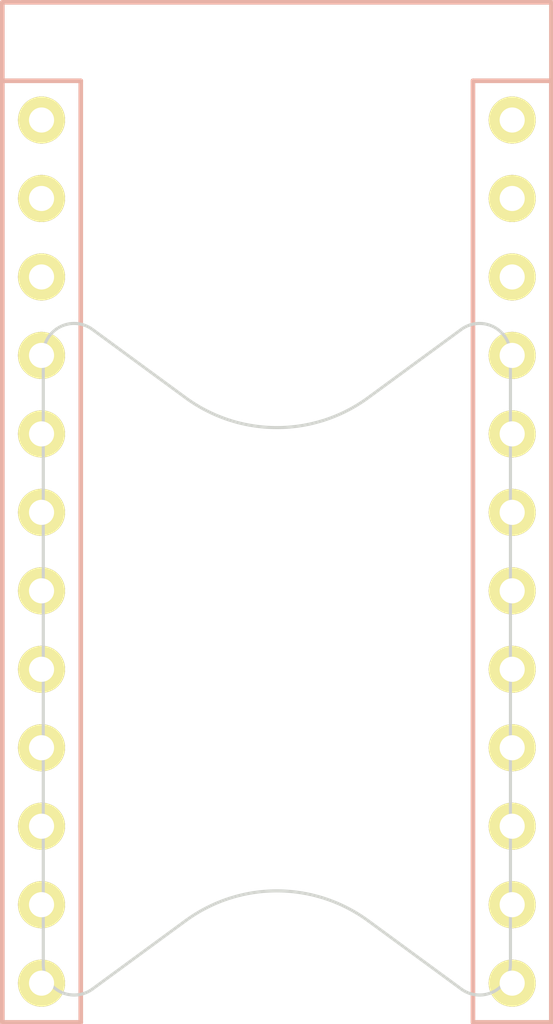
<source format=kicad_pcb>
(kicad_pcb (version 20171130) (host pcbnew "(5.1.12)-1")

  (general
    (thickness 1.6)
    (drawings 12)
    (tracks 0)
    (zones 0)
    (modules 1)
    (nets 1)
  )

  (page A4)
  (layers
    (0 F.Cu signal)
    (31 B.Cu signal)
    (32 B.Adhes user)
    (33 F.Adhes user)
    (34 B.Paste user)
    (35 F.Paste user)
    (36 B.SilkS user)
    (37 F.SilkS user)
    (38 B.Mask user)
    (39 F.Mask user)
    (40 Dwgs.User user)
    (41 Cmts.User user)
    (42 Eco1.User user)
    (43 Eco2.User user)
    (44 Edge.Cuts user)
    (45 Margin user)
    (46 B.CrtYd user)
    (47 F.CrtYd user)
    (48 B.Fab user)
    (49 F.Fab user)
  )

  (setup
    (last_trace_width 0.25)
    (trace_clearance 0.2)
    (zone_clearance 0.508)
    (zone_45_only no)
    (trace_min 0.2)
    (via_size 0.8)
    (via_drill 0.4)
    (via_min_size 0.4)
    (via_min_drill 0.3)
    (uvia_size 0.3)
    (uvia_drill 0.1)
    (uvias_allowed no)
    (uvia_min_size 0.2)
    (uvia_min_drill 0.1)
    (edge_width 0.05)
    (segment_width 0.2)
    (pcb_text_width 0.3)
    (pcb_text_size 1.5 1.5)
    (mod_edge_width 0.12)
    (mod_text_size 1 1)
    (mod_text_width 0.15)
    (pad_size 1.524 1.524)
    (pad_drill 0.762)
    (pad_to_mask_clearance 0)
    (aux_axis_origin 0 0)
    (visible_elements FFFFFF7F)
    (pcbplotparams
      (layerselection 0x010fc_ffffffff)
      (usegerberextensions false)
      (usegerberattributes true)
      (usegerberadvancedattributes true)
      (creategerberjobfile true)
      (excludeedgelayer true)
      (linewidth 0.100000)
      (plotframeref false)
      (viasonmask false)
      (mode 1)
      (useauxorigin false)
      (hpglpennumber 1)
      (hpglpenspeed 20)
      (hpglpendiameter 15.000000)
      (psnegative false)
      (psa4output false)
      (plotreference true)
      (plotvalue true)
      (plotinvisibletext false)
      (padsonsilk false)
      (subtractmaskfromsilk false)
      (outputformat 1)
      (mirror false)
      (drillshape 1)
      (scaleselection 1)
      (outputdirectory ""))
  )

  (net 0 "")

  (net_class Default "This is the default net class."
    (clearance 0.2)
    (trace_width 0.25)
    (via_dia 0.8)
    (via_drill 0.4)
    (uvia_dia 0.3)
    (uvia_drill 0.1)
  )

  (module Lily58-footprint:ProMicro_rev (layer F.Cu) (tedit 5AB4E770) (tstamp 6323848C)
    (at 0 -0.5)
    (fp_text reference U1 (at 0 2) (layer F.SilkS) hide
      (effects (font (size 1 1) (thickness 0.15)))
    )
    (fp_text value ProMicro (at 0 0) (layer F.Fab) hide
      (effects (font (size 1 1) (thickness 0.15)))
    )
    (fp_line (start -8.89 -17.78) (end 8.89 -17.78) (layer B.SilkS) (width 0.15))
    (fp_line (start 8.89 -17.78) (end 8.89 15.24) (layer B.SilkS) (width 0.15))
    (fp_line (start -8.89 15.24) (end -8.89 -17.78) (layer B.SilkS) (width 0.15))
    (fp_line (start 6.35 -15.24) (end 8.89 -15.24) (layer B.SilkS) (width 0.15))
    (fp_line (start 8.89 -15.24) (end 8.89 15.24) (layer B.SilkS) (width 0.15))
    (fp_line (start 8.89 15.24) (end 6.35 15.24) (layer B.SilkS) (width 0.15))
    (fp_line (start 6.35 15.24) (end 6.35 -15.24) (layer B.SilkS) (width 0.15))
    (fp_line (start -8.89 -15.24) (end -6.35 -15.24) (layer B.SilkS) (width 0.15))
    (fp_line (start -6.35 -15.24) (end -6.35 15.24) (layer B.SilkS) (width 0.15))
    (fp_line (start -6.35 15.24) (end -8.89 15.24) (layer B.SilkS) (width 0.15))
    (fp_line (start -8.89 15.24) (end -8.89 -15.24) (layer B.SilkS) (width 0.15))
    (pad 24 thru_hole circle (at 7.62 -13.97) (size 1.524 1.524) (drill 0.8128) (layers *.Cu *.Mask F.SilkS))
    (pad 23 thru_hole circle (at 7.62 -11.43) (size 1.524 1.524) (drill 0.8128) (layers *.Cu *.Mask F.SilkS))
    (pad 22 thru_hole circle (at 7.62 -8.89) (size 1.524 1.524) (drill 0.8128) (layers *.Cu *.Mask F.SilkS))
    (pad 21 thru_hole circle (at 7.62 -6.35) (size 1.524 1.524) (drill 0.8128) (layers *.Cu *.Mask F.SilkS))
    (pad 20 thru_hole circle (at 7.62 -3.81) (size 1.524 1.524) (drill 0.8128) (layers *.Cu *.Mask F.SilkS))
    (pad 19 thru_hole circle (at 7.62 -1.27) (size 1.524 1.524) (drill 0.8128) (layers *.Cu *.Mask F.SilkS))
    (pad 18 thru_hole circle (at 7.62 1.27) (size 1.524 1.524) (drill 0.8128) (layers *.Cu *.Mask F.SilkS))
    (pad 17 thru_hole circle (at 7.62 3.81) (size 1.524 1.524) (drill 0.8128) (layers *.Cu *.Mask F.SilkS))
    (pad 16 thru_hole circle (at 7.62 6.35) (size 1.524 1.524) (drill 0.8128) (layers *.Cu *.Mask F.SilkS))
    (pad 15 thru_hole circle (at 7.62 8.89) (size 1.524 1.524) (drill 0.8128) (layers *.Cu *.Mask F.SilkS))
    (pad 14 thru_hole circle (at 7.62 11.43) (size 1.524 1.524) (drill 0.8128) (layers *.Cu *.Mask F.SilkS))
    (pad 13 thru_hole circle (at 7.62 13.97) (size 1.524 1.524) (drill 0.8128) (layers *.Cu *.Mask F.SilkS))
    (pad 12 thru_hole circle (at -7.62 13.97) (size 1.524 1.524) (drill 0.8128) (layers *.Cu *.Mask F.SilkS))
    (pad 11 thru_hole circle (at -7.62 11.43) (size 1.524 1.524) (drill 0.8128) (layers *.Cu *.Mask F.SilkS))
    (pad 10 thru_hole circle (at -7.62 8.89) (size 1.524 1.524) (drill 0.8128) (layers *.Cu *.Mask F.SilkS))
    (pad 9 thru_hole circle (at -7.62 6.35) (size 1.524 1.524) (drill 0.8128) (layers *.Cu *.Mask F.SilkS))
    (pad 8 thru_hole circle (at -7.62 3.81) (size 1.524 1.524) (drill 0.8128) (layers *.Cu *.Mask F.SilkS))
    (pad 7 thru_hole circle (at -7.62 1.27) (size 1.524 1.524) (drill 0.8128) (layers *.Cu *.Mask F.SilkS))
    (pad 6 thru_hole circle (at -7.62 -1.27) (size 1.524 1.524) (drill 0.8128) (layers *.Cu *.Mask F.SilkS))
    (pad 5 thru_hole circle (at -7.62 -3.81) (size 1.524 1.524) (drill 0.8128) (layers *.Cu *.Mask F.SilkS))
    (pad 4 thru_hole circle (at -7.62 -6.35) (size 1.524 1.524) (drill 0.8128) (layers *.Cu *.Mask F.SilkS))
    (pad 3 thru_hole circle (at -7.62 -8.89) (size 1.524 1.524) (drill 0.8128) (layers *.Cu *.Mask F.SilkS))
    (pad 2 thru_hole circle (at -7.62 -11.43) (size 1.524 1.524) (drill 0.8128) (layers *.Cu *.Mask F.SilkS))
    (pad 1 thru_hole circle (at -7.62 -13.97) (size 1.524 1.524) (drill 0.8128) (layers *.Cu *.Mask F.SilkS))
  )

  (gr_line (start 7.5636 12.854215) (end 7.5636 -6.885194) (layer Edge.Cuts) (width 0.1))
  (gr_arc (start 6.5636 12.854215) (end 5.972434 13.660765) (angle -126.2397935) (layer Edge.Cuts) (width 0.1))
  (gr_line (start 2.955829 11.449726) (end 5.972434 13.660765) (layer Edge.Cuts) (width 0.1))
  (gr_arc (start 0 15.482475) (end 2.955829 11.449726) (angle -72.47958703) (layer Edge.Cuts) (width 0.1))
  (gr_line (start -5.972434 13.660765) (end -2.955829 11.449726) (layer Edge.Cuts) (width 0.1))
  (gr_arc (start -6.5636 12.854215) (end -7.5636 12.854215) (angle -126.2397935) (layer Edge.Cuts) (width 0.1))
  (gr_line (start -7.563599 -6.885194) (end -7.5636 12.854215) (layer Edge.Cuts) (width 0.1))
  (gr_arc (start -6.563599 -6.885194) (end -5.972434 -7.691744) (angle -126.2397935) (layer Edge.Cuts) (width 0.1))
  (gr_line (start -2.955829 -5.480705) (end -5.972434 -7.691744) (layer Edge.Cuts) (width 0.1))
  (gr_arc (start 0 -9.513454) (end -2.955829 -5.480705) (angle -72.47958703) (layer Edge.Cuts) (width 0.1))
  (gr_line (start 5.972434 -7.691744) (end 2.955829 -5.480705) (layer Edge.Cuts) (width 0.1))
  (gr_arc (start 6.5636 -6.885194) (end 7.5636 -6.885194) (angle -126.2397935) (layer Edge.Cuts) (width 0.1))

)

</source>
